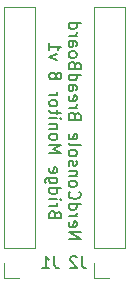
<source format=gbr>
%TF.GenerationSoftware,KiCad,Pcbnew,(5.1.9)-1*%
%TF.CreationDate,2021-02-04T07:54:42-05:00*%
%TF.ProjectId,NerdConsole_BreadBoard_BridgeMonitor8,4e657264-436f-46e7-936f-6c655f427265,rev?*%
%TF.SameCoordinates,Original*%
%TF.FileFunction,Legend,Bot*%
%TF.FilePolarity,Positive*%
%FSLAX46Y46*%
G04 Gerber Fmt 4.6, Leading zero omitted, Abs format (unit mm)*
G04 Created by KiCad (PCBNEW (5.1.9)-1) date 2021-02-04 07:54:42*
%MOMM*%
%LPD*%
G01*
G04 APERTURE LIST*
%ADD10C,0.150000*%
%ADD11C,0.120000*%
G04 APERTURE END LIST*
D10*
X100372619Y-96119047D02*
X101372619Y-96119047D01*
X100372619Y-95547619D01*
X101372619Y-95547619D01*
X100420238Y-94690476D02*
X100372619Y-94785714D01*
X100372619Y-94976190D01*
X100420238Y-95071428D01*
X100515476Y-95119047D01*
X100896428Y-95119047D01*
X100991666Y-95071428D01*
X101039285Y-94976190D01*
X101039285Y-94785714D01*
X100991666Y-94690476D01*
X100896428Y-94642857D01*
X100801190Y-94642857D01*
X100705952Y-95119047D01*
X100372619Y-94214285D02*
X101039285Y-94214285D01*
X100848809Y-94214285D02*
X100944047Y-94166666D01*
X100991666Y-94119047D01*
X101039285Y-94023809D01*
X101039285Y-93928571D01*
X100372619Y-93166666D02*
X101372619Y-93166666D01*
X100420238Y-93166666D02*
X100372619Y-93261904D01*
X100372619Y-93452380D01*
X100420238Y-93547619D01*
X100467857Y-93595238D01*
X100563095Y-93642857D01*
X100848809Y-93642857D01*
X100944047Y-93595238D01*
X100991666Y-93547619D01*
X101039285Y-93452380D01*
X101039285Y-93261904D01*
X100991666Y-93166666D01*
X100467857Y-92119047D02*
X100420238Y-92166666D01*
X100372619Y-92309523D01*
X100372619Y-92404761D01*
X100420238Y-92547619D01*
X100515476Y-92642857D01*
X100610714Y-92690476D01*
X100801190Y-92738095D01*
X100944047Y-92738095D01*
X101134523Y-92690476D01*
X101229761Y-92642857D01*
X101325000Y-92547619D01*
X101372619Y-92404761D01*
X101372619Y-92309523D01*
X101325000Y-92166666D01*
X101277380Y-92119047D01*
X100372619Y-91547619D02*
X100420238Y-91642857D01*
X100467857Y-91690476D01*
X100563095Y-91738095D01*
X100848809Y-91738095D01*
X100944047Y-91690476D01*
X100991666Y-91642857D01*
X101039285Y-91547619D01*
X101039285Y-91404761D01*
X100991666Y-91309523D01*
X100944047Y-91261904D01*
X100848809Y-91214285D01*
X100563095Y-91214285D01*
X100467857Y-91261904D01*
X100420238Y-91309523D01*
X100372619Y-91404761D01*
X100372619Y-91547619D01*
X101039285Y-90785714D02*
X100372619Y-90785714D01*
X100944047Y-90785714D02*
X100991666Y-90738095D01*
X101039285Y-90642857D01*
X101039285Y-90499999D01*
X100991666Y-90404761D01*
X100896428Y-90357142D01*
X100372619Y-90357142D01*
X100420238Y-89928571D02*
X100372619Y-89833333D01*
X100372619Y-89642857D01*
X100420238Y-89547619D01*
X100515476Y-89499999D01*
X100563095Y-89499999D01*
X100658333Y-89547619D01*
X100705952Y-89642857D01*
X100705952Y-89785714D01*
X100753571Y-89880952D01*
X100848809Y-89928571D01*
X100896428Y-89928571D01*
X100991666Y-89880952D01*
X101039285Y-89785714D01*
X101039285Y-89642857D01*
X100991666Y-89547619D01*
X100372619Y-88928571D02*
X100420238Y-89023809D01*
X100467857Y-89071428D01*
X100563095Y-89119047D01*
X100848809Y-89119047D01*
X100944047Y-89071428D01*
X100991666Y-89023809D01*
X101039285Y-88928571D01*
X101039285Y-88785714D01*
X100991666Y-88690476D01*
X100944047Y-88642857D01*
X100848809Y-88595238D01*
X100563095Y-88595238D01*
X100467857Y-88642857D01*
X100420238Y-88690476D01*
X100372619Y-88785714D01*
X100372619Y-88928571D01*
X100372619Y-88023809D02*
X100420238Y-88119047D01*
X100515476Y-88166666D01*
X101372619Y-88166666D01*
X100420238Y-87261904D02*
X100372619Y-87357142D01*
X100372619Y-87547619D01*
X100420238Y-87642857D01*
X100515476Y-87690476D01*
X100896428Y-87690476D01*
X100991666Y-87642857D01*
X101039285Y-87547619D01*
X101039285Y-87357142D01*
X100991666Y-87261904D01*
X100896428Y-87214285D01*
X100801190Y-87214285D01*
X100705952Y-87690476D01*
X100896428Y-85690476D02*
X100848809Y-85547619D01*
X100801190Y-85499999D01*
X100705952Y-85452380D01*
X100563095Y-85452380D01*
X100467857Y-85499999D01*
X100420238Y-85547619D01*
X100372619Y-85642857D01*
X100372619Y-86023809D01*
X101372619Y-86023809D01*
X101372619Y-85690476D01*
X101325000Y-85595238D01*
X101277380Y-85547619D01*
X101182142Y-85499999D01*
X101086904Y-85499999D01*
X100991666Y-85547619D01*
X100944047Y-85595238D01*
X100896428Y-85690476D01*
X100896428Y-86023809D01*
X100372619Y-85023809D02*
X101039285Y-85023809D01*
X100848809Y-85023809D02*
X100944047Y-84976190D01*
X100991666Y-84928571D01*
X101039285Y-84833333D01*
X101039285Y-84738095D01*
X100420238Y-84023809D02*
X100372619Y-84119047D01*
X100372619Y-84309523D01*
X100420238Y-84404761D01*
X100515476Y-84452380D01*
X100896428Y-84452380D01*
X100991666Y-84404761D01*
X101039285Y-84309523D01*
X101039285Y-84119047D01*
X100991666Y-84023809D01*
X100896428Y-83976190D01*
X100801190Y-83976190D01*
X100705952Y-84452380D01*
X100372619Y-83119047D02*
X100896428Y-83119047D01*
X100991666Y-83166666D01*
X101039285Y-83261904D01*
X101039285Y-83452380D01*
X100991666Y-83547619D01*
X100420238Y-83119047D02*
X100372619Y-83214285D01*
X100372619Y-83452380D01*
X100420238Y-83547619D01*
X100515476Y-83595238D01*
X100610714Y-83595238D01*
X100705952Y-83547619D01*
X100753571Y-83452380D01*
X100753571Y-83214285D01*
X100801190Y-83119047D01*
X100372619Y-82214285D02*
X101372619Y-82214285D01*
X100420238Y-82214285D02*
X100372619Y-82309523D01*
X100372619Y-82499999D01*
X100420238Y-82595238D01*
X100467857Y-82642857D01*
X100563095Y-82690476D01*
X100848809Y-82690476D01*
X100944047Y-82642857D01*
X100991666Y-82595238D01*
X101039285Y-82499999D01*
X101039285Y-82309523D01*
X100991666Y-82214285D01*
X100896428Y-81404761D02*
X100848809Y-81261904D01*
X100801190Y-81214285D01*
X100705952Y-81166666D01*
X100563095Y-81166666D01*
X100467857Y-81214285D01*
X100420238Y-81261904D01*
X100372619Y-81357142D01*
X100372619Y-81738095D01*
X101372619Y-81738095D01*
X101372619Y-81404761D01*
X101325000Y-81309523D01*
X101277380Y-81261904D01*
X101182142Y-81214285D01*
X101086904Y-81214285D01*
X100991666Y-81261904D01*
X100944047Y-81309523D01*
X100896428Y-81404761D01*
X100896428Y-81738095D01*
X100372619Y-80595238D02*
X100420238Y-80690476D01*
X100467857Y-80738095D01*
X100563095Y-80785714D01*
X100848809Y-80785714D01*
X100944047Y-80738095D01*
X100991666Y-80690476D01*
X101039285Y-80595238D01*
X101039285Y-80452380D01*
X100991666Y-80357142D01*
X100944047Y-80309523D01*
X100848809Y-80261904D01*
X100563095Y-80261904D01*
X100467857Y-80309523D01*
X100420238Y-80357142D01*
X100372619Y-80452380D01*
X100372619Y-80595238D01*
X100372619Y-79404761D02*
X100896428Y-79404761D01*
X100991666Y-79452380D01*
X101039285Y-79547619D01*
X101039285Y-79738095D01*
X100991666Y-79833333D01*
X100420238Y-79404761D02*
X100372619Y-79499999D01*
X100372619Y-79738095D01*
X100420238Y-79833333D01*
X100515476Y-79880952D01*
X100610714Y-79880952D01*
X100705952Y-79833333D01*
X100753571Y-79738095D01*
X100753571Y-79499999D01*
X100801190Y-79404761D01*
X100372619Y-78928571D02*
X101039285Y-78928571D01*
X100848809Y-78928571D02*
X100944047Y-78880952D01*
X100991666Y-78833333D01*
X101039285Y-78738095D01*
X101039285Y-78642857D01*
X100372619Y-77880952D02*
X101372619Y-77880952D01*
X100420238Y-77880952D02*
X100372619Y-77976190D01*
X100372619Y-78166666D01*
X100420238Y-78261904D01*
X100467857Y-78309523D01*
X100563095Y-78357142D01*
X100848809Y-78357142D01*
X100944047Y-78309523D01*
X100991666Y-78261904D01*
X101039285Y-78166666D01*
X101039285Y-77976190D01*
X100991666Y-77880952D01*
X99246428Y-94047619D02*
X99198809Y-93904761D01*
X99151190Y-93857142D01*
X99055952Y-93809523D01*
X98913095Y-93809523D01*
X98817857Y-93857142D01*
X98770238Y-93904761D01*
X98722619Y-94000000D01*
X98722619Y-94380952D01*
X99722619Y-94380952D01*
X99722619Y-94047619D01*
X99675000Y-93952380D01*
X99627380Y-93904761D01*
X99532142Y-93857142D01*
X99436904Y-93857142D01*
X99341666Y-93904761D01*
X99294047Y-93952380D01*
X99246428Y-94047619D01*
X99246428Y-94380952D01*
X98722619Y-93380952D02*
X99389285Y-93380952D01*
X99198809Y-93380952D02*
X99294047Y-93333333D01*
X99341666Y-93285714D01*
X99389285Y-93190476D01*
X99389285Y-93095238D01*
X98722619Y-92761904D02*
X99389285Y-92761904D01*
X99722619Y-92761904D02*
X99675000Y-92809523D01*
X99627380Y-92761904D01*
X99675000Y-92714285D01*
X99722619Y-92761904D01*
X99627380Y-92761904D01*
X98722619Y-91857142D02*
X99722619Y-91857142D01*
X98770238Y-91857142D02*
X98722619Y-91952380D01*
X98722619Y-92142857D01*
X98770238Y-92238095D01*
X98817857Y-92285714D01*
X98913095Y-92333333D01*
X99198809Y-92333333D01*
X99294047Y-92285714D01*
X99341666Y-92238095D01*
X99389285Y-92142857D01*
X99389285Y-91952380D01*
X99341666Y-91857142D01*
X99389285Y-90952380D02*
X98579761Y-90952380D01*
X98484523Y-91000000D01*
X98436904Y-91047619D01*
X98389285Y-91142857D01*
X98389285Y-91285714D01*
X98436904Y-91380952D01*
X98770238Y-90952380D02*
X98722619Y-91047619D01*
X98722619Y-91238095D01*
X98770238Y-91333333D01*
X98817857Y-91380952D01*
X98913095Y-91428571D01*
X99198809Y-91428571D01*
X99294047Y-91380952D01*
X99341666Y-91333333D01*
X99389285Y-91238095D01*
X99389285Y-91047619D01*
X99341666Y-90952380D01*
X98770238Y-90095238D02*
X98722619Y-90190476D01*
X98722619Y-90380952D01*
X98770238Y-90476190D01*
X98865476Y-90523809D01*
X99246428Y-90523809D01*
X99341666Y-90476190D01*
X99389285Y-90380952D01*
X99389285Y-90190476D01*
X99341666Y-90095238D01*
X99246428Y-90047619D01*
X99151190Y-90047619D01*
X99055952Y-90523809D01*
X98722619Y-88857142D02*
X99722619Y-88857142D01*
X99008333Y-88523809D01*
X99722619Y-88190476D01*
X98722619Y-88190476D01*
X98722619Y-87571428D02*
X98770238Y-87666666D01*
X98817857Y-87714285D01*
X98913095Y-87761904D01*
X99198809Y-87761904D01*
X99294047Y-87714285D01*
X99341666Y-87666666D01*
X99389285Y-87571428D01*
X99389285Y-87428571D01*
X99341666Y-87333333D01*
X99294047Y-87285714D01*
X99198809Y-87238095D01*
X98913095Y-87238095D01*
X98817857Y-87285714D01*
X98770238Y-87333333D01*
X98722619Y-87428571D01*
X98722619Y-87571428D01*
X99389285Y-86809523D02*
X98722619Y-86809523D01*
X99294047Y-86809523D02*
X99341666Y-86761904D01*
X99389285Y-86666666D01*
X99389285Y-86523809D01*
X99341666Y-86428571D01*
X99246428Y-86380952D01*
X98722619Y-86380952D01*
X98722619Y-85904761D02*
X99389285Y-85904761D01*
X99722619Y-85904761D02*
X99675000Y-85952380D01*
X99627380Y-85904761D01*
X99675000Y-85857142D01*
X99722619Y-85904761D01*
X99627380Y-85904761D01*
X99389285Y-85571428D02*
X99389285Y-85190476D01*
X99722619Y-85428571D02*
X98865476Y-85428571D01*
X98770238Y-85380952D01*
X98722619Y-85285714D01*
X98722619Y-85190476D01*
X98722619Y-84714285D02*
X98770238Y-84809523D01*
X98817857Y-84857142D01*
X98913095Y-84904761D01*
X99198809Y-84904761D01*
X99294047Y-84857142D01*
X99341666Y-84809523D01*
X99389285Y-84714285D01*
X99389285Y-84571428D01*
X99341666Y-84476190D01*
X99294047Y-84428571D01*
X99198809Y-84380952D01*
X98913095Y-84380952D01*
X98817857Y-84428571D01*
X98770238Y-84476190D01*
X98722619Y-84571428D01*
X98722619Y-84714285D01*
X98722619Y-83952380D02*
X99389285Y-83952380D01*
X99198809Y-83952380D02*
X99294047Y-83904761D01*
X99341666Y-83857142D01*
X99389285Y-83761904D01*
X99389285Y-83666666D01*
X99294047Y-82428571D02*
X99341666Y-82523809D01*
X99389285Y-82571428D01*
X99484523Y-82619047D01*
X99532142Y-82619047D01*
X99627380Y-82571428D01*
X99675000Y-82523809D01*
X99722619Y-82428571D01*
X99722619Y-82238095D01*
X99675000Y-82142857D01*
X99627380Y-82095238D01*
X99532142Y-82047619D01*
X99484523Y-82047619D01*
X99389285Y-82095238D01*
X99341666Y-82142857D01*
X99294047Y-82238095D01*
X99294047Y-82428571D01*
X99246428Y-82523809D01*
X99198809Y-82571428D01*
X99103571Y-82619047D01*
X98913095Y-82619047D01*
X98817857Y-82571428D01*
X98770238Y-82523809D01*
X98722619Y-82428571D01*
X98722619Y-82238095D01*
X98770238Y-82142857D01*
X98817857Y-82095238D01*
X98913095Y-82047619D01*
X99103571Y-82047619D01*
X99198809Y-82095238D01*
X99246428Y-82142857D01*
X99294047Y-82238095D01*
X99389285Y-80952380D02*
X98722619Y-80714285D01*
X99389285Y-80476190D01*
X98722619Y-79571428D02*
X98722619Y-80142857D01*
X98722619Y-79857142D02*
X99722619Y-79857142D01*
X99579761Y-79952380D01*
X99484523Y-80047619D01*
X99436904Y-80142857D01*
D11*
%TO.C,J1*%
X94870000Y-99480000D02*
X96200000Y-99480000D01*
X94870000Y-98150000D02*
X94870000Y-99480000D01*
X94870000Y-96880000D02*
X97530000Y-96880000D01*
X97530000Y-96880000D02*
X97530000Y-76500000D01*
X94870000Y-96880000D02*
X94870000Y-76500000D01*
X94870000Y-76500000D02*
X97530000Y-76500000D01*
%TO.C,J2*%
X102470000Y-76500000D02*
X105130000Y-76500000D01*
X102470000Y-96880000D02*
X102470000Y-76500000D01*
X105130000Y-96880000D02*
X105130000Y-76500000D01*
X102470000Y-96880000D02*
X105130000Y-96880000D01*
X102470000Y-98150000D02*
X102470000Y-99480000D01*
X102470000Y-99480000D02*
X103800000Y-99480000D01*
%TO.C,J1*%
D10*
X99133333Y-97602380D02*
X99133333Y-98316666D01*
X99180952Y-98459523D01*
X99276190Y-98554761D01*
X99419047Y-98602380D01*
X99514285Y-98602380D01*
X98133333Y-98602380D02*
X98704761Y-98602380D01*
X98419047Y-98602380D02*
X98419047Y-97602380D01*
X98514285Y-97745238D01*
X98609523Y-97840476D01*
X98704761Y-97888095D01*
%TO.C,J2*%
X101483333Y-97602380D02*
X101483333Y-98316666D01*
X101530952Y-98459523D01*
X101626190Y-98554761D01*
X101769047Y-98602380D01*
X101864285Y-98602380D01*
X101054761Y-97697619D02*
X101007142Y-97650000D01*
X100911904Y-97602380D01*
X100673809Y-97602380D01*
X100578571Y-97650000D01*
X100530952Y-97697619D01*
X100483333Y-97792857D01*
X100483333Y-97888095D01*
X100530952Y-98030952D01*
X101102380Y-98602380D01*
X100483333Y-98602380D01*
%TD*%
M02*

</source>
